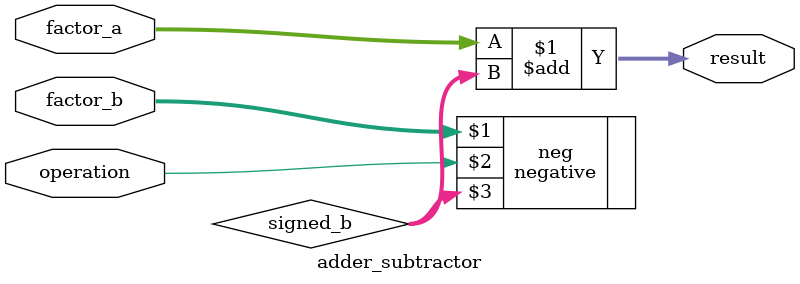
<source format=v>
module adder_subtractor (
    input wire [7:0] factor_a, // first number of the operation, in 8 bits
    input wire [7:0] factor_b, // second number of the operation, in 8 bits
    input wire operation, // 0 -> addition (a+b); 1 -> subtraction (a-b)
    output wire signed [7:0] result
);
    wire [7:0] signed_b;

    negative neg(factor_b, operation, signed_b);

    assign result = factor_a + signed_b;

endmodule //somador
</source>
